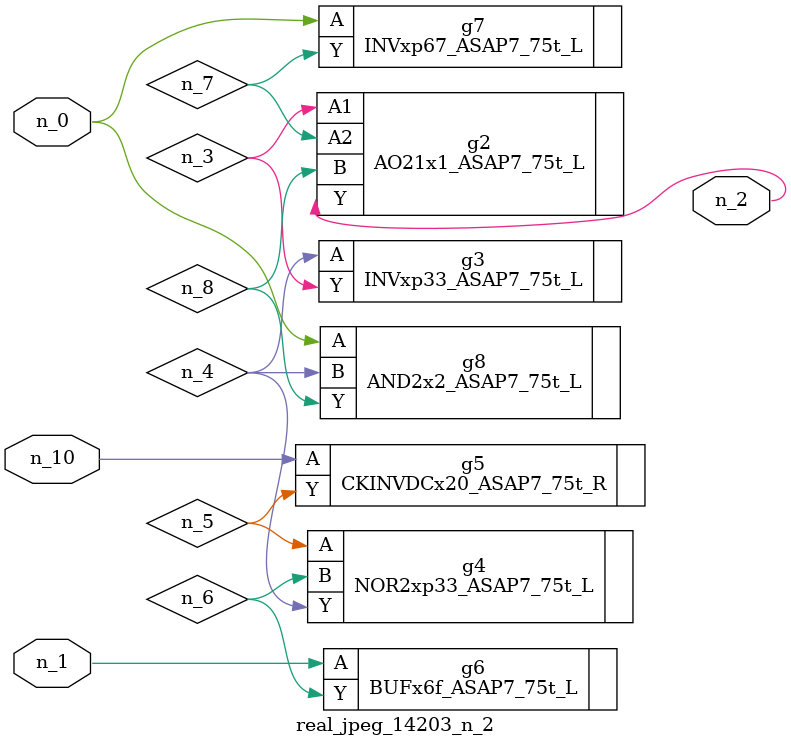
<source format=v>
module real_jpeg_14203_n_2 (n_1, n_10, n_0, n_2);

input n_1;
input n_10;
input n_0;

output n_2;

wire n_5;
wire n_4;
wire n_8;
wire n_6;
wire n_7;
wire n_3;

INVxp67_ASAP7_75t_L g7 ( 
.A(n_0),
.Y(n_7)
);

AND2x2_ASAP7_75t_L g8 ( 
.A(n_0),
.B(n_4),
.Y(n_8)
);

BUFx6f_ASAP7_75t_L g6 ( 
.A(n_1),
.Y(n_6)
);

AO21x1_ASAP7_75t_L g2 ( 
.A1(n_3),
.A2(n_7),
.B(n_8),
.Y(n_2)
);

INVxp33_ASAP7_75t_L g3 ( 
.A(n_4),
.Y(n_3)
);

NOR2xp33_ASAP7_75t_L g4 ( 
.A(n_5),
.B(n_6),
.Y(n_4)
);

CKINVDCx20_ASAP7_75t_R g5 ( 
.A(n_10),
.Y(n_5)
);


endmodule
</source>
